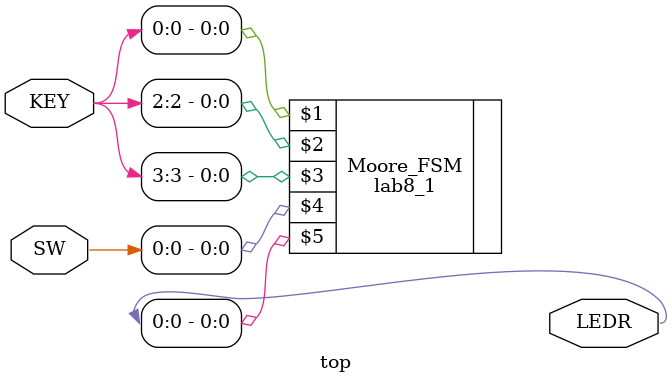
<source format=v>
module top (SW, KEY, LEDR);

    input wire [9:0] SW;        // DE-series switches
    input wire [3:0] KEY;       // DE-series pushbuttons

    output wire [9:0] LEDR;     // DE-series LEDs   

    lab8_1 Moore_FSM (KEY[0], KEY[2], KEY[3], SW[0], LEDR[0]);

endmodule


</source>
